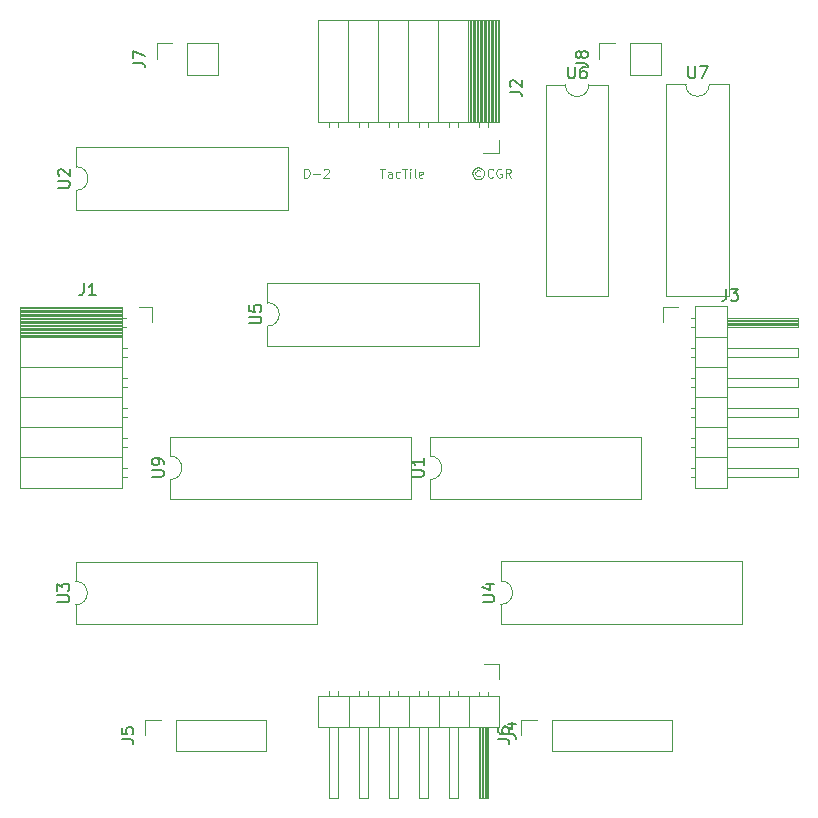
<source format=gbr>
%TF.GenerationSoftware,KiCad,Pcbnew,7.0.1*%
%TF.CreationDate,2023-12-30T23:01:10-05:00*%
%TF.ProjectId,TacTile-D,54616354-696c-4652-9d44-2e6b69636164,rev?*%
%TF.SameCoordinates,Original*%
%TF.FileFunction,Legend,Top*%
%TF.FilePolarity,Positive*%
%FSLAX46Y46*%
G04 Gerber Fmt 4.6, Leading zero omitted, Abs format (unit mm)*
G04 Created by KiCad (PCBNEW 7.0.1) date 2023-12-30 23:01:10*
%MOMM*%
%LPD*%
G01*
G04 APERTURE LIST*
%ADD10C,0.100000*%
%ADD11C,0.150000*%
%ADD12C,0.120000*%
G04 APERTURE END LIST*
D10*
X52571428Y-35658214D02*
X53000000Y-35658214D01*
X52785714Y-36408214D02*
X52785714Y-35658214D01*
X53571429Y-36408214D02*
X53571429Y-36015357D01*
X53571429Y-36015357D02*
X53535714Y-35943928D01*
X53535714Y-35943928D02*
X53464286Y-35908214D01*
X53464286Y-35908214D02*
X53321429Y-35908214D01*
X53321429Y-35908214D02*
X53250000Y-35943928D01*
X53571429Y-36372500D02*
X53500000Y-36408214D01*
X53500000Y-36408214D02*
X53321429Y-36408214D01*
X53321429Y-36408214D02*
X53250000Y-36372500D01*
X53250000Y-36372500D02*
X53214286Y-36301071D01*
X53214286Y-36301071D02*
X53214286Y-36229642D01*
X53214286Y-36229642D02*
X53250000Y-36158214D01*
X53250000Y-36158214D02*
X53321429Y-36122500D01*
X53321429Y-36122500D02*
X53500000Y-36122500D01*
X53500000Y-36122500D02*
X53571429Y-36086785D01*
X54250000Y-36372500D02*
X54178571Y-36408214D01*
X54178571Y-36408214D02*
X54035714Y-36408214D01*
X54035714Y-36408214D02*
X53964285Y-36372500D01*
X53964285Y-36372500D02*
X53928571Y-36336785D01*
X53928571Y-36336785D02*
X53892857Y-36265357D01*
X53892857Y-36265357D02*
X53892857Y-36051071D01*
X53892857Y-36051071D02*
X53928571Y-35979642D01*
X53928571Y-35979642D02*
X53964285Y-35943928D01*
X53964285Y-35943928D02*
X54035714Y-35908214D01*
X54035714Y-35908214D02*
X54178571Y-35908214D01*
X54178571Y-35908214D02*
X54250000Y-35943928D01*
X54464285Y-35658214D02*
X54892857Y-35658214D01*
X54678571Y-36408214D02*
X54678571Y-35658214D01*
X55142857Y-36408214D02*
X55142857Y-35908214D01*
X55142857Y-35658214D02*
X55107143Y-35693928D01*
X55107143Y-35693928D02*
X55142857Y-35729642D01*
X55142857Y-35729642D02*
X55178571Y-35693928D01*
X55178571Y-35693928D02*
X55142857Y-35658214D01*
X55142857Y-35658214D02*
X55142857Y-35729642D01*
X55607143Y-36408214D02*
X55535714Y-36372500D01*
X55535714Y-36372500D02*
X55500000Y-36301071D01*
X55500000Y-36301071D02*
X55500000Y-35658214D01*
X56178571Y-36372500D02*
X56107143Y-36408214D01*
X56107143Y-36408214D02*
X55964286Y-36408214D01*
X55964286Y-36408214D02*
X55892857Y-36372500D01*
X55892857Y-36372500D02*
X55857143Y-36301071D01*
X55857143Y-36301071D02*
X55857143Y-36015357D01*
X55857143Y-36015357D02*
X55892857Y-35943928D01*
X55892857Y-35943928D02*
X55964286Y-35908214D01*
X55964286Y-35908214D02*
X56107143Y-35908214D01*
X56107143Y-35908214D02*
X56178571Y-35943928D01*
X56178571Y-35943928D02*
X56214286Y-36015357D01*
X56214286Y-36015357D02*
X56214286Y-36086785D01*
X56214286Y-36086785D02*
X55857143Y-36158214D01*
X61035714Y-35836785D02*
X60964285Y-35801071D01*
X60964285Y-35801071D02*
X60821428Y-35801071D01*
X60821428Y-35801071D02*
X60750000Y-35836785D01*
X60750000Y-35836785D02*
X60678571Y-35908214D01*
X60678571Y-35908214D02*
X60642857Y-35979642D01*
X60642857Y-35979642D02*
X60642857Y-36122500D01*
X60642857Y-36122500D02*
X60678571Y-36193928D01*
X60678571Y-36193928D02*
X60750000Y-36265357D01*
X60750000Y-36265357D02*
X60821428Y-36301071D01*
X60821428Y-36301071D02*
X60964285Y-36301071D01*
X60964285Y-36301071D02*
X61035714Y-36265357D01*
X60892857Y-35551071D02*
X60714285Y-35586785D01*
X60714285Y-35586785D02*
X60535714Y-35693928D01*
X60535714Y-35693928D02*
X60428571Y-35872500D01*
X60428571Y-35872500D02*
X60392857Y-36051071D01*
X60392857Y-36051071D02*
X60428571Y-36229642D01*
X60428571Y-36229642D02*
X60535714Y-36408214D01*
X60535714Y-36408214D02*
X60714285Y-36515357D01*
X60714285Y-36515357D02*
X60892857Y-36551071D01*
X60892857Y-36551071D02*
X61071428Y-36515357D01*
X61071428Y-36515357D02*
X61250000Y-36408214D01*
X61250000Y-36408214D02*
X61357142Y-36229642D01*
X61357142Y-36229642D02*
X61392857Y-36051071D01*
X61392857Y-36051071D02*
X61357142Y-35872500D01*
X61357142Y-35872500D02*
X61250000Y-35693928D01*
X61250000Y-35693928D02*
X61071428Y-35586785D01*
X61071428Y-35586785D02*
X60892857Y-35551071D01*
X62142856Y-36336785D02*
X62107142Y-36372500D01*
X62107142Y-36372500D02*
X61999999Y-36408214D01*
X61999999Y-36408214D02*
X61928571Y-36408214D01*
X61928571Y-36408214D02*
X61821428Y-36372500D01*
X61821428Y-36372500D02*
X61749999Y-36301071D01*
X61749999Y-36301071D02*
X61714285Y-36229642D01*
X61714285Y-36229642D02*
X61678571Y-36086785D01*
X61678571Y-36086785D02*
X61678571Y-35979642D01*
X61678571Y-35979642D02*
X61714285Y-35836785D01*
X61714285Y-35836785D02*
X61749999Y-35765357D01*
X61749999Y-35765357D02*
X61821428Y-35693928D01*
X61821428Y-35693928D02*
X61928571Y-35658214D01*
X61928571Y-35658214D02*
X61999999Y-35658214D01*
X61999999Y-35658214D02*
X62107142Y-35693928D01*
X62107142Y-35693928D02*
X62142856Y-35729642D01*
X62857142Y-35693928D02*
X62785714Y-35658214D01*
X62785714Y-35658214D02*
X62678571Y-35658214D01*
X62678571Y-35658214D02*
X62571428Y-35693928D01*
X62571428Y-35693928D02*
X62499999Y-35765357D01*
X62499999Y-35765357D02*
X62464285Y-35836785D01*
X62464285Y-35836785D02*
X62428571Y-35979642D01*
X62428571Y-35979642D02*
X62428571Y-36086785D01*
X62428571Y-36086785D02*
X62464285Y-36229642D01*
X62464285Y-36229642D02*
X62499999Y-36301071D01*
X62499999Y-36301071D02*
X62571428Y-36372500D01*
X62571428Y-36372500D02*
X62678571Y-36408214D01*
X62678571Y-36408214D02*
X62749999Y-36408214D01*
X62749999Y-36408214D02*
X62857142Y-36372500D01*
X62857142Y-36372500D02*
X62892856Y-36336785D01*
X62892856Y-36336785D02*
X62892856Y-36086785D01*
X62892856Y-36086785D02*
X62749999Y-36086785D01*
X63642856Y-36408214D02*
X63392856Y-36051071D01*
X63214285Y-36408214D02*
X63214285Y-35658214D01*
X63214285Y-35658214D02*
X63499999Y-35658214D01*
X63499999Y-35658214D02*
X63571428Y-35693928D01*
X63571428Y-35693928D02*
X63607142Y-35729642D01*
X63607142Y-35729642D02*
X63642856Y-35801071D01*
X63642856Y-35801071D02*
X63642856Y-35908214D01*
X63642856Y-35908214D02*
X63607142Y-35979642D01*
X63607142Y-35979642D02*
X63571428Y-36015357D01*
X63571428Y-36015357D02*
X63499999Y-36051071D01*
X63499999Y-36051071D02*
X63214285Y-36051071D01*
X46178571Y-36408214D02*
X46178571Y-35658214D01*
X46178571Y-35658214D02*
X46357142Y-35658214D01*
X46357142Y-35658214D02*
X46464285Y-35693928D01*
X46464285Y-35693928D02*
X46535714Y-35765357D01*
X46535714Y-35765357D02*
X46571428Y-35836785D01*
X46571428Y-35836785D02*
X46607142Y-35979642D01*
X46607142Y-35979642D02*
X46607142Y-36086785D01*
X46607142Y-36086785D02*
X46571428Y-36229642D01*
X46571428Y-36229642D02*
X46535714Y-36301071D01*
X46535714Y-36301071D02*
X46464285Y-36372500D01*
X46464285Y-36372500D02*
X46357142Y-36408214D01*
X46357142Y-36408214D02*
X46178571Y-36408214D01*
X46928571Y-36122500D02*
X47500000Y-36122500D01*
X47821428Y-35729642D02*
X47857142Y-35693928D01*
X47857142Y-35693928D02*
X47928571Y-35658214D01*
X47928571Y-35658214D02*
X48107142Y-35658214D01*
X48107142Y-35658214D02*
X48178571Y-35693928D01*
X48178571Y-35693928D02*
X48214285Y-35729642D01*
X48214285Y-35729642D02*
X48249999Y-35801071D01*
X48249999Y-35801071D02*
X48249999Y-35872500D01*
X48249999Y-35872500D02*
X48214285Y-35979642D01*
X48214285Y-35979642D02*
X47785713Y-36408214D01*
X47785713Y-36408214D02*
X48249999Y-36408214D01*
D11*
%TO.C,J1*%
X27486666Y-45367619D02*
X27486666Y-46081904D01*
X27486666Y-46081904D02*
X27439047Y-46224761D01*
X27439047Y-46224761D02*
X27343809Y-46320000D01*
X27343809Y-46320000D02*
X27200952Y-46367619D01*
X27200952Y-46367619D02*
X27105714Y-46367619D01*
X28486666Y-46367619D02*
X27915238Y-46367619D01*
X28200952Y-46367619D02*
X28200952Y-45367619D01*
X28200952Y-45367619D02*
X28105714Y-45510476D01*
X28105714Y-45510476D02*
X28010476Y-45605714D01*
X28010476Y-45605714D02*
X27915238Y-45653333D01*
%TO.C,U9*%
X33257619Y-61751904D02*
X34067142Y-61751904D01*
X34067142Y-61751904D02*
X34162380Y-61704285D01*
X34162380Y-61704285D02*
X34210000Y-61656666D01*
X34210000Y-61656666D02*
X34257619Y-61561428D01*
X34257619Y-61561428D02*
X34257619Y-61370952D01*
X34257619Y-61370952D02*
X34210000Y-61275714D01*
X34210000Y-61275714D02*
X34162380Y-61228095D01*
X34162380Y-61228095D02*
X34067142Y-61180476D01*
X34067142Y-61180476D02*
X33257619Y-61180476D01*
X34257619Y-60656666D02*
X34257619Y-60466190D01*
X34257619Y-60466190D02*
X34210000Y-60370952D01*
X34210000Y-60370952D02*
X34162380Y-60323333D01*
X34162380Y-60323333D02*
X34019523Y-60228095D01*
X34019523Y-60228095D02*
X33829047Y-60180476D01*
X33829047Y-60180476D02*
X33448095Y-60180476D01*
X33448095Y-60180476D02*
X33352857Y-60228095D01*
X33352857Y-60228095D02*
X33305238Y-60275714D01*
X33305238Y-60275714D02*
X33257619Y-60370952D01*
X33257619Y-60370952D02*
X33257619Y-60561428D01*
X33257619Y-60561428D02*
X33305238Y-60656666D01*
X33305238Y-60656666D02*
X33352857Y-60704285D01*
X33352857Y-60704285D02*
X33448095Y-60751904D01*
X33448095Y-60751904D02*
X33686190Y-60751904D01*
X33686190Y-60751904D02*
X33781428Y-60704285D01*
X33781428Y-60704285D02*
X33829047Y-60656666D01*
X33829047Y-60656666D02*
X33876666Y-60561428D01*
X33876666Y-60561428D02*
X33876666Y-60370952D01*
X33876666Y-60370952D02*
X33829047Y-60275714D01*
X33829047Y-60275714D02*
X33781428Y-60228095D01*
X33781428Y-60228095D02*
X33686190Y-60180476D01*
%TO.C,J2*%
X63557619Y-29153333D02*
X64271904Y-29153333D01*
X64271904Y-29153333D02*
X64414761Y-29200952D01*
X64414761Y-29200952D02*
X64510000Y-29296190D01*
X64510000Y-29296190D02*
X64557619Y-29439047D01*
X64557619Y-29439047D02*
X64557619Y-29534285D01*
X63652857Y-28724761D02*
X63605238Y-28677142D01*
X63605238Y-28677142D02*
X63557619Y-28581904D01*
X63557619Y-28581904D02*
X63557619Y-28343809D01*
X63557619Y-28343809D02*
X63605238Y-28248571D01*
X63605238Y-28248571D02*
X63652857Y-28200952D01*
X63652857Y-28200952D02*
X63748095Y-28153333D01*
X63748095Y-28153333D02*
X63843333Y-28153333D01*
X63843333Y-28153333D02*
X63986190Y-28200952D01*
X63986190Y-28200952D02*
X64557619Y-28772380D01*
X64557619Y-28772380D02*
X64557619Y-28153333D01*
%TO.C,U3*%
X25257619Y-72351904D02*
X26067142Y-72351904D01*
X26067142Y-72351904D02*
X26162380Y-72304285D01*
X26162380Y-72304285D02*
X26210000Y-72256666D01*
X26210000Y-72256666D02*
X26257619Y-72161428D01*
X26257619Y-72161428D02*
X26257619Y-71970952D01*
X26257619Y-71970952D02*
X26210000Y-71875714D01*
X26210000Y-71875714D02*
X26162380Y-71828095D01*
X26162380Y-71828095D02*
X26067142Y-71780476D01*
X26067142Y-71780476D02*
X25257619Y-71780476D01*
X25257619Y-71399523D02*
X25257619Y-70780476D01*
X25257619Y-70780476D02*
X25638571Y-71113809D01*
X25638571Y-71113809D02*
X25638571Y-70970952D01*
X25638571Y-70970952D02*
X25686190Y-70875714D01*
X25686190Y-70875714D02*
X25733809Y-70828095D01*
X25733809Y-70828095D02*
X25829047Y-70780476D01*
X25829047Y-70780476D02*
X26067142Y-70780476D01*
X26067142Y-70780476D02*
X26162380Y-70828095D01*
X26162380Y-70828095D02*
X26210000Y-70875714D01*
X26210000Y-70875714D02*
X26257619Y-70970952D01*
X26257619Y-70970952D02*
X26257619Y-71256666D01*
X26257619Y-71256666D02*
X26210000Y-71351904D01*
X26210000Y-71351904D02*
X26162380Y-71399523D01*
%TO.C,J3*%
X81876666Y-45842619D02*
X81876666Y-46556904D01*
X81876666Y-46556904D02*
X81829047Y-46699761D01*
X81829047Y-46699761D02*
X81733809Y-46795000D01*
X81733809Y-46795000D02*
X81590952Y-46842619D01*
X81590952Y-46842619D02*
X81495714Y-46842619D01*
X82257619Y-45842619D02*
X82876666Y-45842619D01*
X82876666Y-45842619D02*
X82543333Y-46223571D01*
X82543333Y-46223571D02*
X82686190Y-46223571D01*
X82686190Y-46223571D02*
X82781428Y-46271190D01*
X82781428Y-46271190D02*
X82829047Y-46318809D01*
X82829047Y-46318809D02*
X82876666Y-46414047D01*
X82876666Y-46414047D02*
X82876666Y-46652142D01*
X82876666Y-46652142D02*
X82829047Y-46747380D01*
X82829047Y-46747380D02*
X82781428Y-46795000D01*
X82781428Y-46795000D02*
X82686190Y-46842619D01*
X82686190Y-46842619D02*
X82400476Y-46842619D01*
X82400476Y-46842619D02*
X82305238Y-46795000D01*
X82305238Y-46795000D02*
X82257619Y-46747380D01*
%TO.C,J7*%
X31692619Y-26708333D02*
X32406904Y-26708333D01*
X32406904Y-26708333D02*
X32549761Y-26755952D01*
X32549761Y-26755952D02*
X32645000Y-26851190D01*
X32645000Y-26851190D02*
X32692619Y-26994047D01*
X32692619Y-26994047D02*
X32692619Y-27089285D01*
X31692619Y-26327380D02*
X31692619Y-25660714D01*
X31692619Y-25660714D02*
X32692619Y-26089285D01*
%TO.C,U7*%
X78688095Y-26992619D02*
X78688095Y-27802142D01*
X78688095Y-27802142D02*
X78735714Y-27897380D01*
X78735714Y-27897380D02*
X78783333Y-27945000D01*
X78783333Y-27945000D02*
X78878571Y-27992619D01*
X78878571Y-27992619D02*
X79069047Y-27992619D01*
X79069047Y-27992619D02*
X79164285Y-27945000D01*
X79164285Y-27945000D02*
X79211904Y-27897380D01*
X79211904Y-27897380D02*
X79259523Y-27802142D01*
X79259523Y-27802142D02*
X79259523Y-26992619D01*
X79640476Y-26992619D02*
X80307142Y-26992619D01*
X80307142Y-26992619D02*
X79878571Y-27992619D01*
%TO.C,U5*%
X41507619Y-48751904D02*
X42317142Y-48751904D01*
X42317142Y-48751904D02*
X42412380Y-48704285D01*
X42412380Y-48704285D02*
X42460000Y-48656666D01*
X42460000Y-48656666D02*
X42507619Y-48561428D01*
X42507619Y-48561428D02*
X42507619Y-48370952D01*
X42507619Y-48370952D02*
X42460000Y-48275714D01*
X42460000Y-48275714D02*
X42412380Y-48228095D01*
X42412380Y-48228095D02*
X42317142Y-48180476D01*
X42317142Y-48180476D02*
X41507619Y-48180476D01*
X41507619Y-47228095D02*
X41507619Y-47704285D01*
X41507619Y-47704285D02*
X41983809Y-47751904D01*
X41983809Y-47751904D02*
X41936190Y-47704285D01*
X41936190Y-47704285D02*
X41888571Y-47609047D01*
X41888571Y-47609047D02*
X41888571Y-47370952D01*
X41888571Y-47370952D02*
X41936190Y-47275714D01*
X41936190Y-47275714D02*
X41983809Y-47228095D01*
X41983809Y-47228095D02*
X42079047Y-47180476D01*
X42079047Y-47180476D02*
X42317142Y-47180476D01*
X42317142Y-47180476D02*
X42412380Y-47228095D01*
X42412380Y-47228095D02*
X42460000Y-47275714D01*
X42460000Y-47275714D02*
X42507619Y-47370952D01*
X42507619Y-47370952D02*
X42507619Y-47609047D01*
X42507619Y-47609047D02*
X42460000Y-47704285D01*
X42460000Y-47704285D02*
X42412380Y-47751904D01*
%TO.C,J5*%
X30692619Y-83958333D02*
X31406904Y-83958333D01*
X31406904Y-83958333D02*
X31549761Y-84005952D01*
X31549761Y-84005952D02*
X31645000Y-84101190D01*
X31645000Y-84101190D02*
X31692619Y-84244047D01*
X31692619Y-84244047D02*
X31692619Y-84339285D01*
X30692619Y-83005952D02*
X30692619Y-83482142D01*
X30692619Y-83482142D02*
X31168809Y-83529761D01*
X31168809Y-83529761D02*
X31121190Y-83482142D01*
X31121190Y-83482142D02*
X31073571Y-83386904D01*
X31073571Y-83386904D02*
X31073571Y-83148809D01*
X31073571Y-83148809D02*
X31121190Y-83053571D01*
X31121190Y-83053571D02*
X31168809Y-83005952D01*
X31168809Y-83005952D02*
X31264047Y-82958333D01*
X31264047Y-82958333D02*
X31502142Y-82958333D01*
X31502142Y-82958333D02*
X31597380Y-83005952D01*
X31597380Y-83005952D02*
X31645000Y-83053571D01*
X31645000Y-83053571D02*
X31692619Y-83148809D01*
X31692619Y-83148809D02*
X31692619Y-83386904D01*
X31692619Y-83386904D02*
X31645000Y-83482142D01*
X31645000Y-83482142D02*
X31597380Y-83529761D01*
%TO.C,U6*%
X68498095Y-27007619D02*
X68498095Y-27817142D01*
X68498095Y-27817142D02*
X68545714Y-27912380D01*
X68545714Y-27912380D02*
X68593333Y-27960000D01*
X68593333Y-27960000D02*
X68688571Y-28007619D01*
X68688571Y-28007619D02*
X68879047Y-28007619D01*
X68879047Y-28007619D02*
X68974285Y-27960000D01*
X68974285Y-27960000D02*
X69021904Y-27912380D01*
X69021904Y-27912380D02*
X69069523Y-27817142D01*
X69069523Y-27817142D02*
X69069523Y-27007619D01*
X69974285Y-27007619D02*
X69783809Y-27007619D01*
X69783809Y-27007619D02*
X69688571Y-27055238D01*
X69688571Y-27055238D02*
X69640952Y-27102857D01*
X69640952Y-27102857D02*
X69545714Y-27245714D01*
X69545714Y-27245714D02*
X69498095Y-27436190D01*
X69498095Y-27436190D02*
X69498095Y-27817142D01*
X69498095Y-27817142D02*
X69545714Y-27912380D01*
X69545714Y-27912380D02*
X69593333Y-27960000D01*
X69593333Y-27960000D02*
X69688571Y-28007619D01*
X69688571Y-28007619D02*
X69879047Y-28007619D01*
X69879047Y-28007619D02*
X69974285Y-27960000D01*
X69974285Y-27960000D02*
X70021904Y-27912380D01*
X70021904Y-27912380D02*
X70069523Y-27817142D01*
X70069523Y-27817142D02*
X70069523Y-27579047D01*
X70069523Y-27579047D02*
X70021904Y-27483809D01*
X70021904Y-27483809D02*
X69974285Y-27436190D01*
X69974285Y-27436190D02*
X69879047Y-27388571D01*
X69879047Y-27388571D02*
X69688571Y-27388571D01*
X69688571Y-27388571D02*
X69593333Y-27436190D01*
X69593333Y-27436190D02*
X69545714Y-27483809D01*
X69545714Y-27483809D02*
X69498095Y-27579047D01*
%TO.C,J8*%
X69152619Y-26708333D02*
X69866904Y-26708333D01*
X69866904Y-26708333D02*
X70009761Y-26755952D01*
X70009761Y-26755952D02*
X70105000Y-26851190D01*
X70105000Y-26851190D02*
X70152619Y-26994047D01*
X70152619Y-26994047D02*
X70152619Y-27089285D01*
X69581190Y-26089285D02*
X69533571Y-26184523D01*
X69533571Y-26184523D02*
X69485952Y-26232142D01*
X69485952Y-26232142D02*
X69390714Y-26279761D01*
X69390714Y-26279761D02*
X69343095Y-26279761D01*
X69343095Y-26279761D02*
X69247857Y-26232142D01*
X69247857Y-26232142D02*
X69200238Y-26184523D01*
X69200238Y-26184523D02*
X69152619Y-26089285D01*
X69152619Y-26089285D02*
X69152619Y-25898809D01*
X69152619Y-25898809D02*
X69200238Y-25803571D01*
X69200238Y-25803571D02*
X69247857Y-25755952D01*
X69247857Y-25755952D02*
X69343095Y-25708333D01*
X69343095Y-25708333D02*
X69390714Y-25708333D01*
X69390714Y-25708333D02*
X69485952Y-25755952D01*
X69485952Y-25755952D02*
X69533571Y-25803571D01*
X69533571Y-25803571D02*
X69581190Y-25898809D01*
X69581190Y-25898809D02*
X69581190Y-26089285D01*
X69581190Y-26089285D02*
X69628809Y-26184523D01*
X69628809Y-26184523D02*
X69676428Y-26232142D01*
X69676428Y-26232142D02*
X69771666Y-26279761D01*
X69771666Y-26279761D02*
X69962142Y-26279761D01*
X69962142Y-26279761D02*
X70057380Y-26232142D01*
X70057380Y-26232142D02*
X70105000Y-26184523D01*
X70105000Y-26184523D02*
X70152619Y-26089285D01*
X70152619Y-26089285D02*
X70152619Y-25898809D01*
X70152619Y-25898809D02*
X70105000Y-25803571D01*
X70105000Y-25803571D02*
X70057380Y-25755952D01*
X70057380Y-25755952D02*
X69962142Y-25708333D01*
X69962142Y-25708333D02*
X69771666Y-25708333D01*
X69771666Y-25708333D02*
X69676428Y-25755952D01*
X69676428Y-25755952D02*
X69628809Y-25803571D01*
X69628809Y-25803571D02*
X69581190Y-25898809D01*
%TO.C,J4*%
X63082619Y-83543333D02*
X63796904Y-83543333D01*
X63796904Y-83543333D02*
X63939761Y-83590952D01*
X63939761Y-83590952D02*
X64035000Y-83686190D01*
X64035000Y-83686190D02*
X64082619Y-83829047D01*
X64082619Y-83829047D02*
X64082619Y-83924285D01*
X63415952Y-82638571D02*
X64082619Y-82638571D01*
X63035000Y-82876666D02*
X63749285Y-83114761D01*
X63749285Y-83114761D02*
X63749285Y-82495714D01*
%TO.C,U1*%
X55257619Y-61751904D02*
X56067142Y-61751904D01*
X56067142Y-61751904D02*
X56162380Y-61704285D01*
X56162380Y-61704285D02*
X56210000Y-61656666D01*
X56210000Y-61656666D02*
X56257619Y-61561428D01*
X56257619Y-61561428D02*
X56257619Y-61370952D01*
X56257619Y-61370952D02*
X56210000Y-61275714D01*
X56210000Y-61275714D02*
X56162380Y-61228095D01*
X56162380Y-61228095D02*
X56067142Y-61180476D01*
X56067142Y-61180476D02*
X55257619Y-61180476D01*
X56257619Y-60180476D02*
X56257619Y-60751904D01*
X56257619Y-60466190D02*
X55257619Y-60466190D01*
X55257619Y-60466190D02*
X55400476Y-60561428D01*
X55400476Y-60561428D02*
X55495714Y-60656666D01*
X55495714Y-60656666D02*
X55543333Y-60751904D01*
%TO.C,J6*%
X62532619Y-83958333D02*
X63246904Y-83958333D01*
X63246904Y-83958333D02*
X63389761Y-84005952D01*
X63389761Y-84005952D02*
X63485000Y-84101190D01*
X63485000Y-84101190D02*
X63532619Y-84244047D01*
X63532619Y-84244047D02*
X63532619Y-84339285D01*
X62532619Y-83053571D02*
X62532619Y-83244047D01*
X62532619Y-83244047D02*
X62580238Y-83339285D01*
X62580238Y-83339285D02*
X62627857Y-83386904D01*
X62627857Y-83386904D02*
X62770714Y-83482142D01*
X62770714Y-83482142D02*
X62961190Y-83529761D01*
X62961190Y-83529761D02*
X63342142Y-83529761D01*
X63342142Y-83529761D02*
X63437380Y-83482142D01*
X63437380Y-83482142D02*
X63485000Y-83434523D01*
X63485000Y-83434523D02*
X63532619Y-83339285D01*
X63532619Y-83339285D02*
X63532619Y-83148809D01*
X63532619Y-83148809D02*
X63485000Y-83053571D01*
X63485000Y-83053571D02*
X63437380Y-83005952D01*
X63437380Y-83005952D02*
X63342142Y-82958333D01*
X63342142Y-82958333D02*
X63104047Y-82958333D01*
X63104047Y-82958333D02*
X63008809Y-83005952D01*
X63008809Y-83005952D02*
X62961190Y-83053571D01*
X62961190Y-83053571D02*
X62913571Y-83148809D01*
X62913571Y-83148809D02*
X62913571Y-83339285D01*
X62913571Y-83339285D02*
X62961190Y-83434523D01*
X62961190Y-83434523D02*
X63008809Y-83482142D01*
X63008809Y-83482142D02*
X63104047Y-83529761D01*
%TO.C,U2*%
X25307619Y-37251904D02*
X26117142Y-37251904D01*
X26117142Y-37251904D02*
X26212380Y-37204285D01*
X26212380Y-37204285D02*
X26260000Y-37156666D01*
X26260000Y-37156666D02*
X26307619Y-37061428D01*
X26307619Y-37061428D02*
X26307619Y-36870952D01*
X26307619Y-36870952D02*
X26260000Y-36775714D01*
X26260000Y-36775714D02*
X26212380Y-36728095D01*
X26212380Y-36728095D02*
X26117142Y-36680476D01*
X26117142Y-36680476D02*
X25307619Y-36680476D01*
X25402857Y-36251904D02*
X25355238Y-36204285D01*
X25355238Y-36204285D02*
X25307619Y-36109047D01*
X25307619Y-36109047D02*
X25307619Y-35870952D01*
X25307619Y-35870952D02*
X25355238Y-35775714D01*
X25355238Y-35775714D02*
X25402857Y-35728095D01*
X25402857Y-35728095D02*
X25498095Y-35680476D01*
X25498095Y-35680476D02*
X25593333Y-35680476D01*
X25593333Y-35680476D02*
X25736190Y-35728095D01*
X25736190Y-35728095D02*
X26307619Y-36299523D01*
X26307619Y-36299523D02*
X26307619Y-35680476D01*
%TO.C,U4*%
X61257619Y-72321904D02*
X62067142Y-72321904D01*
X62067142Y-72321904D02*
X62162380Y-72274285D01*
X62162380Y-72274285D02*
X62210000Y-72226666D01*
X62210000Y-72226666D02*
X62257619Y-72131428D01*
X62257619Y-72131428D02*
X62257619Y-71940952D01*
X62257619Y-71940952D02*
X62210000Y-71845714D01*
X62210000Y-71845714D02*
X62162380Y-71798095D01*
X62162380Y-71798095D02*
X62067142Y-71750476D01*
X62067142Y-71750476D02*
X61257619Y-71750476D01*
X61590952Y-70845714D02*
X62257619Y-70845714D01*
X61210000Y-71083809D02*
X61924285Y-71321904D01*
X61924285Y-71321904D02*
X61924285Y-70702857D01*
D12*
%TO.C,J1*%
X22110000Y-47345000D02*
X22110000Y-62705000D01*
X22110000Y-47345000D02*
X30740000Y-47345000D01*
X22110000Y-47465000D02*
X30740000Y-47465000D01*
X22110000Y-47583095D02*
X30740000Y-47583095D01*
X22110000Y-47701190D02*
X30740000Y-47701190D01*
X22110000Y-47819285D02*
X30740000Y-47819285D01*
X22110000Y-47937380D02*
X30740000Y-47937380D01*
X22110000Y-48055475D02*
X30740000Y-48055475D01*
X22110000Y-48173570D02*
X30740000Y-48173570D01*
X22110000Y-48291665D02*
X30740000Y-48291665D01*
X22110000Y-48409760D02*
X30740000Y-48409760D01*
X22110000Y-48527855D02*
X30740000Y-48527855D01*
X22110000Y-48645950D02*
X30740000Y-48645950D01*
X22110000Y-48764045D02*
X30740000Y-48764045D01*
X22110000Y-48882140D02*
X30740000Y-48882140D01*
X22110000Y-49000235D02*
X30740000Y-49000235D01*
X22110000Y-49118330D02*
X30740000Y-49118330D01*
X22110000Y-49236425D02*
X30740000Y-49236425D01*
X22110000Y-49354520D02*
X30740000Y-49354520D01*
X22110000Y-49472615D02*
X30740000Y-49472615D01*
X22110000Y-49590710D02*
X30740000Y-49590710D01*
X22110000Y-49708805D02*
X30740000Y-49708805D01*
X22110000Y-49826900D02*
X30740000Y-49826900D01*
X22110000Y-49945000D02*
X30740000Y-49945000D01*
X22110000Y-52485000D02*
X30740000Y-52485000D01*
X22110000Y-55025000D02*
X30740000Y-55025000D01*
X22110000Y-57565000D02*
X30740000Y-57565000D01*
X22110000Y-60105000D02*
X30740000Y-60105000D01*
X22110000Y-62705000D02*
X30740000Y-62705000D01*
X30740000Y-47345000D02*
X30740000Y-62705000D01*
X30740000Y-48315000D02*
X31090000Y-48315000D01*
X30740000Y-49035000D02*
X31090000Y-49035000D01*
X30740000Y-50855000D02*
X31150000Y-50855000D01*
X30740000Y-51575000D02*
X31150000Y-51575000D01*
X30740000Y-53395000D02*
X31150000Y-53395000D01*
X30740000Y-54115000D02*
X31150000Y-54115000D01*
X30740000Y-55935000D02*
X31150000Y-55935000D01*
X30740000Y-56655000D02*
X31150000Y-56655000D01*
X30740000Y-58475000D02*
X31150000Y-58475000D01*
X30740000Y-59195000D02*
X31150000Y-59195000D01*
X30740000Y-61015000D02*
X31150000Y-61015000D01*
X30740000Y-61735000D02*
X31150000Y-61735000D01*
X32200000Y-47345000D02*
X33310000Y-47345000D01*
X33310000Y-47345000D02*
X33310000Y-48675000D01*
%TO.C,U9*%
X34795000Y-63640000D02*
X55235000Y-63640000D01*
X55235000Y-63640000D02*
X55235000Y-58340000D01*
X34795000Y-61990000D02*
X34795000Y-63640000D01*
X34795000Y-58340000D02*
X34795000Y-59990000D01*
X55235000Y-58340000D02*
X34795000Y-58340000D01*
X34795000Y-61990000D02*
G75*
G03*
X34795000Y-59990000I0J1000000D01*
G01*
%TO.C,J2*%
X62655000Y-23110000D02*
X47295000Y-23110000D01*
X62655000Y-23110000D02*
X62655000Y-31740000D01*
X62535000Y-23110000D02*
X62535000Y-31740000D01*
X62416905Y-23110000D02*
X62416905Y-31740000D01*
X62298810Y-23110000D02*
X62298810Y-31740000D01*
X62180715Y-23110000D02*
X62180715Y-31740000D01*
X62062620Y-23110000D02*
X62062620Y-31740000D01*
X61944525Y-23110000D02*
X61944525Y-31740000D01*
X61826430Y-23110000D02*
X61826430Y-31740000D01*
X61708335Y-23110000D02*
X61708335Y-31740000D01*
X61590240Y-23110000D02*
X61590240Y-31740000D01*
X61472145Y-23110000D02*
X61472145Y-31740000D01*
X61354050Y-23110000D02*
X61354050Y-31740000D01*
X61235955Y-23110000D02*
X61235955Y-31740000D01*
X61117860Y-23110000D02*
X61117860Y-31740000D01*
X60999765Y-23110000D02*
X60999765Y-31740000D01*
X60881670Y-23110000D02*
X60881670Y-31740000D01*
X60763575Y-23110000D02*
X60763575Y-31740000D01*
X60645480Y-23110000D02*
X60645480Y-31740000D01*
X60527385Y-23110000D02*
X60527385Y-31740000D01*
X60409290Y-23110000D02*
X60409290Y-31740000D01*
X60291195Y-23110000D02*
X60291195Y-31740000D01*
X60173100Y-23110000D02*
X60173100Y-31740000D01*
X60055000Y-23110000D02*
X60055000Y-31740000D01*
X57515000Y-23110000D02*
X57515000Y-31740000D01*
X54975000Y-23110000D02*
X54975000Y-31740000D01*
X52435000Y-23110000D02*
X52435000Y-31740000D01*
X49895000Y-23110000D02*
X49895000Y-31740000D01*
X47295000Y-23110000D02*
X47295000Y-31740000D01*
X62655000Y-31740000D02*
X47295000Y-31740000D01*
X61685000Y-31740000D02*
X61685000Y-32090000D01*
X60965000Y-31740000D02*
X60965000Y-32090000D01*
X59145000Y-31740000D02*
X59145000Y-32150000D01*
X58425000Y-31740000D02*
X58425000Y-32150000D01*
X56605000Y-31740000D02*
X56605000Y-32150000D01*
X55885000Y-31740000D02*
X55885000Y-32150000D01*
X54065000Y-31740000D02*
X54065000Y-32150000D01*
X53345000Y-31740000D02*
X53345000Y-32150000D01*
X51525000Y-31740000D02*
X51525000Y-32150000D01*
X50805000Y-31740000D02*
X50805000Y-32150000D01*
X48985000Y-31740000D02*
X48985000Y-32150000D01*
X48265000Y-31740000D02*
X48265000Y-32150000D01*
X62655000Y-33200000D02*
X62655000Y-34310000D01*
X62655000Y-34310000D02*
X61325000Y-34310000D01*
%TO.C,U3*%
X26795000Y-74240000D02*
X47235000Y-74240000D01*
X47235000Y-74240000D02*
X47235000Y-68940000D01*
X26795000Y-72590000D02*
X26795000Y-74240000D01*
X26795000Y-68940000D02*
X26795000Y-70590000D01*
X47235000Y-68940000D02*
X26795000Y-68940000D01*
X26795000Y-72590000D02*
G75*
G03*
X26795000Y-70590000I0J1000000D01*
G01*
%TO.C,J3*%
X76555000Y-47380000D02*
X77825000Y-47380000D01*
X76555000Y-48650000D02*
X76555000Y-47380000D01*
X78867929Y-50810000D02*
X79265000Y-50810000D01*
X78867929Y-51570000D02*
X79265000Y-51570000D01*
X78867929Y-53350000D02*
X79265000Y-53350000D01*
X78867929Y-54110000D02*
X79265000Y-54110000D01*
X78867929Y-55890000D02*
X79265000Y-55890000D01*
X78867929Y-56650000D02*
X79265000Y-56650000D01*
X78867929Y-58430000D02*
X79265000Y-58430000D01*
X78867929Y-59190000D02*
X79265000Y-59190000D01*
X78867929Y-60970000D02*
X79265000Y-60970000D01*
X78867929Y-61730000D02*
X79265000Y-61730000D01*
X78935000Y-48270000D02*
X79265000Y-48270000D01*
X78935000Y-49030000D02*
X79265000Y-49030000D01*
X79265000Y-47320000D02*
X79265000Y-62680000D01*
X79265000Y-49920000D02*
X81925000Y-49920000D01*
X79265000Y-52460000D02*
X81925000Y-52460000D01*
X79265000Y-55000000D02*
X81925000Y-55000000D01*
X79265000Y-57540000D02*
X81925000Y-57540000D01*
X79265000Y-60080000D02*
X81925000Y-60080000D01*
X79265000Y-62680000D02*
X81925000Y-62680000D01*
X81925000Y-47320000D02*
X79265000Y-47320000D01*
X81925000Y-48270000D02*
X87925000Y-48270000D01*
X81925000Y-48330000D02*
X87925000Y-48330000D01*
X81925000Y-48450000D02*
X87925000Y-48450000D01*
X81925000Y-48570000D02*
X87925000Y-48570000D01*
X81925000Y-48690000D02*
X87925000Y-48690000D01*
X81925000Y-48810000D02*
X87925000Y-48810000D01*
X81925000Y-48930000D02*
X87925000Y-48930000D01*
X81925000Y-50810000D02*
X87925000Y-50810000D01*
X81925000Y-53350000D02*
X87925000Y-53350000D01*
X81925000Y-55890000D02*
X87925000Y-55890000D01*
X81925000Y-58430000D02*
X87925000Y-58430000D01*
X81925000Y-60970000D02*
X87925000Y-60970000D01*
X81925000Y-62680000D02*
X81925000Y-47320000D01*
X87925000Y-48270000D02*
X87925000Y-49030000D01*
X87925000Y-49030000D02*
X81925000Y-49030000D01*
X87925000Y-50810000D02*
X87925000Y-51570000D01*
X87925000Y-51570000D02*
X81925000Y-51570000D01*
X87925000Y-53350000D02*
X87925000Y-54110000D01*
X87925000Y-54110000D02*
X81925000Y-54110000D01*
X87925000Y-55890000D02*
X87925000Y-56650000D01*
X87925000Y-56650000D02*
X81925000Y-56650000D01*
X87925000Y-58430000D02*
X87925000Y-59190000D01*
X87925000Y-59190000D02*
X81925000Y-59190000D01*
X87925000Y-60970000D02*
X87925000Y-61730000D01*
X87925000Y-61730000D02*
X81925000Y-61730000D01*
%TO.C,J7*%
X36270000Y-27705000D02*
X38870000Y-27705000D01*
X36270000Y-27705000D02*
X36270000Y-25045000D01*
X38870000Y-27705000D02*
X38870000Y-25045000D01*
X33670000Y-26375000D02*
X33670000Y-25045000D01*
X33670000Y-25045000D02*
X35000000Y-25045000D01*
X36270000Y-25045000D02*
X38870000Y-25045000D01*
%TO.C,U7*%
X76800000Y-28530000D02*
X76800000Y-46430000D01*
X76800000Y-46430000D02*
X82100000Y-46430000D01*
X78450000Y-28530000D02*
X76800000Y-28530000D01*
X82100000Y-28530000D02*
X80450000Y-28530000D01*
X82100000Y-46430000D02*
X82100000Y-28530000D01*
X78450000Y-28530000D02*
G75*
G03*
X80450000Y-28530000I1000000J0D01*
G01*
%TO.C,U5*%
X43045000Y-50640000D02*
X60945000Y-50640000D01*
X60945000Y-50640000D02*
X60945000Y-45340000D01*
X43045000Y-48990000D02*
X43045000Y-50640000D01*
X43045000Y-45340000D02*
X43045000Y-46990000D01*
X60945000Y-45340000D02*
X43045000Y-45340000D01*
X43045000Y-48990000D02*
G75*
G03*
X43045000Y-46990000I0J1000000D01*
G01*
%TO.C,J5*%
X35270000Y-84955000D02*
X42950000Y-84955000D01*
X35270000Y-84955000D02*
X35270000Y-82295000D01*
X42950000Y-84955000D02*
X42950000Y-82295000D01*
X32670000Y-83625000D02*
X32670000Y-82295000D01*
X32670000Y-82295000D02*
X34000000Y-82295000D01*
X35270000Y-82295000D02*
X42950000Y-82295000D01*
%TO.C,U6*%
X66610000Y-28545000D02*
X66610000Y-46445000D01*
X66610000Y-46445000D02*
X71910000Y-46445000D01*
X68260000Y-28545000D02*
X66610000Y-28545000D01*
X71910000Y-28545000D02*
X70260000Y-28545000D01*
X71910000Y-46445000D02*
X71910000Y-28545000D01*
X68260000Y-28545000D02*
G75*
G03*
X70260000Y-28545000I1000000J0D01*
G01*
%TO.C,J8*%
X73730000Y-27705000D02*
X76330000Y-27705000D01*
X73730000Y-27705000D02*
X73730000Y-25045000D01*
X76330000Y-27705000D02*
X76330000Y-25045000D01*
X71130000Y-26375000D02*
X71130000Y-25045000D01*
X71130000Y-25045000D02*
X72460000Y-25045000D01*
X73730000Y-25045000D02*
X76330000Y-25045000D01*
%TO.C,J4*%
X62620000Y-77555000D02*
X62620000Y-78825000D01*
X61350000Y-77555000D02*
X62620000Y-77555000D01*
X59190000Y-79867929D02*
X59190000Y-80265000D01*
X58430000Y-79867929D02*
X58430000Y-80265000D01*
X56650000Y-79867929D02*
X56650000Y-80265000D01*
X55890000Y-79867929D02*
X55890000Y-80265000D01*
X54110000Y-79867929D02*
X54110000Y-80265000D01*
X53350000Y-79867929D02*
X53350000Y-80265000D01*
X51570000Y-79867929D02*
X51570000Y-80265000D01*
X50810000Y-79867929D02*
X50810000Y-80265000D01*
X49030000Y-79867929D02*
X49030000Y-80265000D01*
X48270000Y-79867929D02*
X48270000Y-80265000D01*
X61730000Y-79935000D02*
X61730000Y-80265000D01*
X60970000Y-79935000D02*
X60970000Y-80265000D01*
X62680000Y-80265000D02*
X47320000Y-80265000D01*
X60080000Y-80265000D02*
X60080000Y-82925000D01*
X57540000Y-80265000D02*
X57540000Y-82925000D01*
X55000000Y-80265000D02*
X55000000Y-82925000D01*
X52460000Y-80265000D02*
X52460000Y-82925000D01*
X49920000Y-80265000D02*
X49920000Y-82925000D01*
X47320000Y-80265000D02*
X47320000Y-82925000D01*
X62680000Y-82925000D02*
X62680000Y-80265000D01*
X61730000Y-82925000D02*
X61730000Y-88925000D01*
X61670000Y-82925000D02*
X61670000Y-88925000D01*
X61550000Y-82925000D02*
X61550000Y-88925000D01*
X61430000Y-82925000D02*
X61430000Y-88925000D01*
X61310000Y-82925000D02*
X61310000Y-88925000D01*
X61190000Y-82925000D02*
X61190000Y-88925000D01*
X61070000Y-82925000D02*
X61070000Y-88925000D01*
X59190000Y-82925000D02*
X59190000Y-88925000D01*
X56650000Y-82925000D02*
X56650000Y-88925000D01*
X54110000Y-82925000D02*
X54110000Y-88925000D01*
X51570000Y-82925000D02*
X51570000Y-88925000D01*
X49030000Y-82925000D02*
X49030000Y-88925000D01*
X47320000Y-82925000D02*
X62680000Y-82925000D01*
X61730000Y-88925000D02*
X60970000Y-88925000D01*
X60970000Y-88925000D02*
X60970000Y-82925000D01*
X59190000Y-88925000D02*
X58430000Y-88925000D01*
X58430000Y-88925000D02*
X58430000Y-82925000D01*
X56650000Y-88925000D02*
X55890000Y-88925000D01*
X55890000Y-88925000D02*
X55890000Y-82925000D01*
X54110000Y-88925000D02*
X53350000Y-88925000D01*
X53350000Y-88925000D02*
X53350000Y-82925000D01*
X51570000Y-88925000D02*
X50810000Y-88925000D01*
X50810000Y-88925000D02*
X50810000Y-82925000D01*
X49030000Y-88925000D02*
X48270000Y-88925000D01*
X48270000Y-88925000D02*
X48270000Y-82925000D01*
%TO.C,U1*%
X56795000Y-63640000D02*
X74695000Y-63640000D01*
X74695000Y-63640000D02*
X74695000Y-58340000D01*
X56795000Y-61990000D02*
X56795000Y-63640000D01*
X56795000Y-58340000D02*
X56795000Y-59990000D01*
X74695000Y-58340000D02*
X56795000Y-58340000D01*
X56795000Y-61990000D02*
G75*
G03*
X56795000Y-59990000I0J1000000D01*
G01*
%TO.C,J6*%
X67110000Y-84955000D02*
X77330000Y-84955000D01*
X67110000Y-84955000D02*
X67110000Y-82295000D01*
X77330000Y-84955000D02*
X77330000Y-82295000D01*
X64510000Y-83625000D02*
X64510000Y-82295000D01*
X64510000Y-82295000D02*
X65840000Y-82295000D01*
X67110000Y-82295000D02*
X77330000Y-82295000D01*
%TO.C,U2*%
X26845000Y-39140000D02*
X44745000Y-39140000D01*
X44745000Y-39140000D02*
X44745000Y-33840000D01*
X26845000Y-37490000D02*
X26845000Y-39140000D01*
X26845000Y-33840000D02*
X26845000Y-35490000D01*
X44745000Y-33840000D02*
X26845000Y-33840000D01*
X26845000Y-37490000D02*
G75*
G03*
X26845000Y-35490000I0J1000000D01*
G01*
%TO.C,U4*%
X62795000Y-74210000D02*
X83235000Y-74210000D01*
X83235000Y-74210000D02*
X83235000Y-68910000D01*
X62795000Y-72560000D02*
X62795000Y-74210000D01*
X62795000Y-68910000D02*
X62795000Y-70560000D01*
X83235000Y-68910000D02*
X62795000Y-68910000D01*
X62795000Y-72560000D02*
G75*
G03*
X62795000Y-70560000I0J1000000D01*
G01*
%TD*%
M02*

</source>
